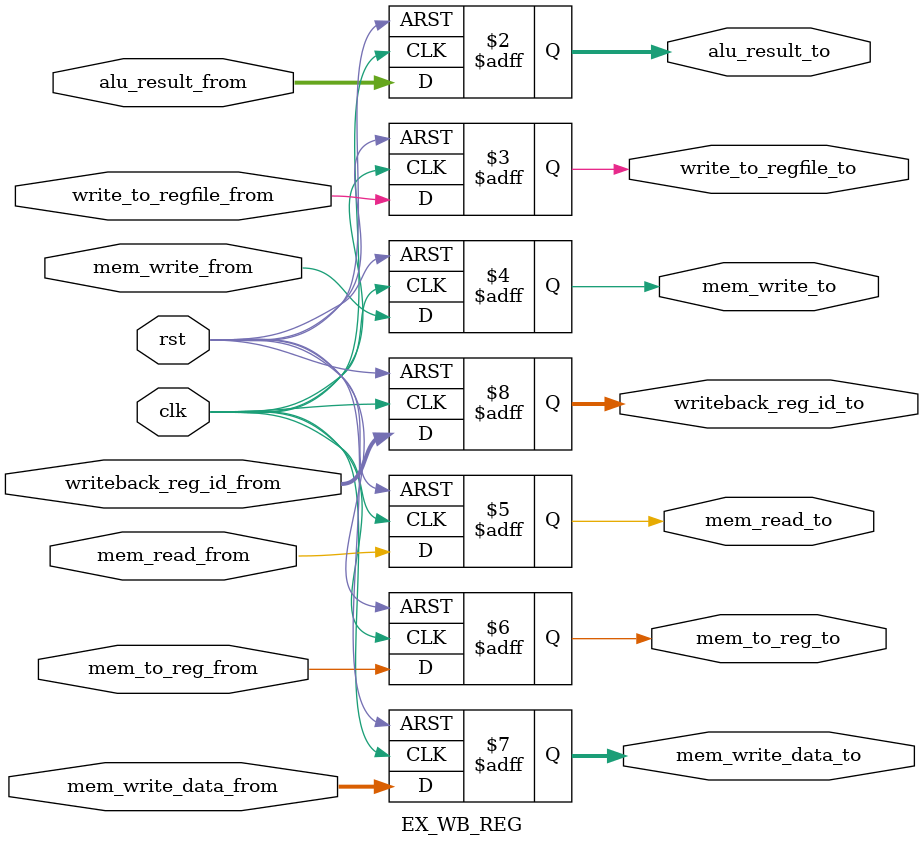
<source format=v>
`timescale 1ns / 1ps

module EX_WB_REG(
    input       clk, rst,
    
    input [31:0]        alu_result_from,
    input               write_to_regfile_from,
    input               mem_write_from, mem_read_from,
    input               mem_to_reg_from,
    input [31:0]        mem_write_data_from,
    input [4:0]         writeback_reg_id_from,

    output reg [31:0]   alu_result_to,
    output reg          write_to_regfile_to,
    output reg          mem_write_to, mem_read_to,
    output reg          mem_to_reg_to,
    output reg [31:0]   mem_write_data_to,
    output reg [4:0]    writeback_reg_id_to
);

always @(posedge clk or posedge rst)
begin
    if (rst) begin
        alu_result_to           <= 0;
        write_to_regfile_to     <= 0;
        mem_write_to            <= 0;
        mem_read_to             <= 0;
        mem_to_reg_to           <= 0;
        mem_write_data_to       <= 0;
        writeback_reg_id_to     <= 0;
    end
    else begin
        alu_result_to           <= alu_result_from      ;
        write_to_regfile_to     <= write_to_regfile_from;
        mem_write_to            <= mem_write_from       ;
        mem_read_to             <= mem_read_from        ;
        mem_to_reg_to           <= mem_to_reg_from      ;
        mem_write_data_to       <= mem_write_data_from  ;
        writeback_reg_id_to     <= writeback_reg_id_from;
    end
end

endmodule
</source>
